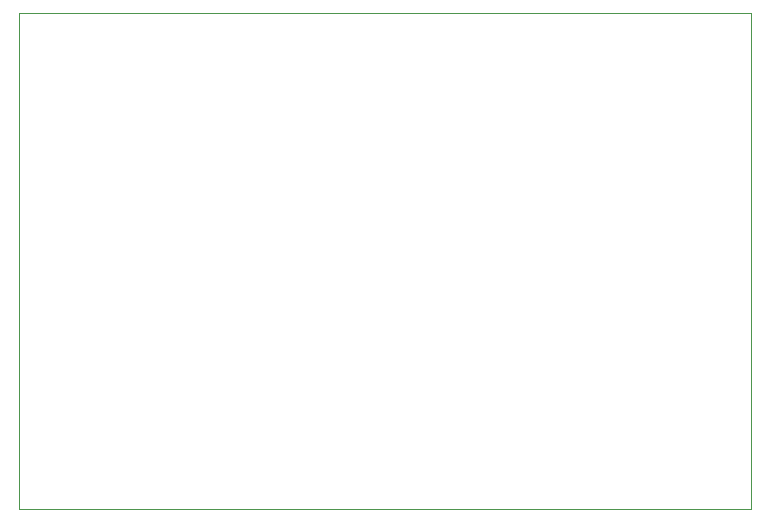
<source format=gbr>
G04 #@! TF.FileFunction,Legend,Bot*
%FSLAX46Y46*%
G04 Gerber Fmt 4.6, Leading zero omitted, Abs format (unit mm)*
G04 Created by KiCad (PCBNEW 4.0.7) date 06/22/18 13:57:38*
%MOMM*%
%LPD*%
G01*
G04 APERTURE LIST*
%ADD10C,0.100000*%
G04 APERTURE END LIST*
D10*
X112000000Y-40000000D02*
X50000000Y-40000000D01*
X112000000Y-82000000D02*
X112000000Y-40000000D01*
X50000000Y-82000000D02*
X112000000Y-82000000D01*
X50000000Y-40000000D02*
X50000000Y-82000000D01*
M02*

</source>
